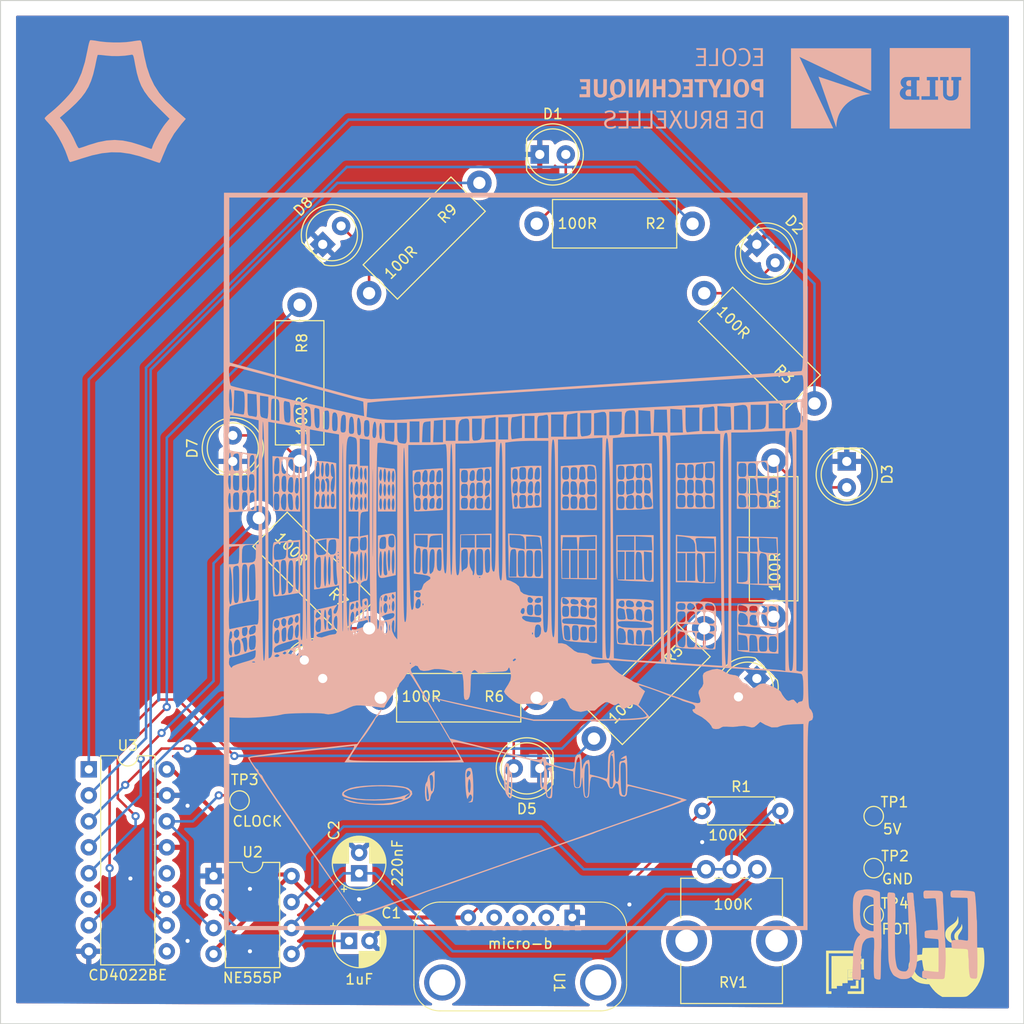
<source format=kicad_pcb>
(kicad_pcb (version 20221018) (generator pcbnew)
  (title_block (title "PCB Lucas Placentino EPB 2024") (date "2024-05-03") (rev "1") (company "EPB-ULB") (comment 1 "2024") (comment 2 "Labo Instru-Analog"))
  (layers (0 "F.Cu" signal) (31 "B.Cu" signal) (34 "B.Paste" user) (35 "F.Paste" user) (36 "B.SilkS" user "B.Silkscreen") (37 "F.SilkS" user "F.Silkscreen") (38 "B.Mask" user) (39 "F.Mask" user) (44 "Edge.Cuts" user))
  (net 0 "")
  (net 1 "Net-(U2-CV)")
  (net 2 "GND")
  (net 3 "Net-(U2-THR)")
  (net 4 "Net-(D1-A)")
  (net 5 "Net-(D2-A)")
  (net 6 "Net-(D3-A)")
  (net 7 "Net-(D4-A)")
  (net 8 "Net-(D5-A)")
  (net 9 "Net-(D6-A)")
  (net 10 "Net-(D7-A)")
  (net 11 "Net-(D8-A)")
  (net 12 "+5V")
  (net 13 "Net-(U2-DIS)")
  (net 14 "Net-(U3-0)")
  (net 15 "Net-(R3-Pad2)")
  (net 16 "Net-(U3-2)")
  (net 17 "Net-(U3-3)")
  (net 18 "Net-(U3-4)")
  (net 19 "Net-(U3-5)")
  (net 20 "Net-(U3-6)")
  (net 21 "Net-(U3-7)")
  (net 22 "CLOCK")
  (footprint "LED_THT:LED_D5.0mm" (layer "F.Cu") (at 107.696 56.388 45)
    (fp_text reference "D8" (at 1.27 -3.960001 45) (layer "F.SilkS"))
    (fp_text value "LED")
    (pad "1" thru_hole rect (at 0 0 45) (size 1.8 1.8) (drill 0.9) (layers "*.Cu" "*.Mask") (net 2 "GND"))
    (pad "2" thru_hole circle (at 2.54 0 45) (size 1.8 1.8) (drill 0.9) (layers "*.Cu" "*.Mask") (net 11 "Net-(D8-A)"))
  )
  (footprint "TestPoint:TestPoint_Pad_D1.5mm" (layer "F.Cu") (at 161.544 112.268 90)
    (fp_text reference "TP1" (at 1.365366 2.028509) (layer "F.SilkS"))
    (fp_text value "5V" (at -1.270521 1.808852 180) (layer "F.SilkS"))
    (pad "1" smd circle (at 0 0 90) (size 1.5 1.5) (layers "F.Cu" "F.Mask") (net 12 "+5V"))
  )
  (footprint "LED_THT:LED_D5.0mm" (layer "F.Cu") (at 128.909204 107.601204 180)
    (fp_text reference "D5" (at 1.27 -3.96 180) (layer "F.SilkS"))
    (fp_text value "LED")
    (pad "1" thru_hole rect (at 0 0 180) (size 1.8 1.8) (drill 0.9) (layers "*.Cu" "*.Mask") (net 2 "GND"))
    (pad "2" thru_hole circle (at 2.54 0 180) (size 1.8 1.8) (drill 0.9) (layers "*.Cu" "*.Mask") (net 8 "Net-(D5-A)"))
  )
  (footprint "LED_THT:LED_D5.0mm" (layer "F.Cu") (at 150.122407 56.388 -45)
    (fp_text reference "D2" (at 1.269999 -3.96 315) (layer "F.SilkS"))
    (fp_text value "LED")
    (pad "1" thru_hole rect (at 0 0 315) (size 1.8 1.8) (drill 0.9) (layers "*.Cu" "*.Mask") (net 2 "GND"))
    (pad "2" thru_hole circle (at 2.54 0 315) (size 1.8 1.8) (drill 0.9) (layers "*.Cu" "*.Mask") (net 5 "Net-(D2-A)"))
  )
  (footprint "LED_THT:LED_D5.0mm" (layer "F.Cu") (at 128.909204 47.601204)
    (fp_text reference "D1" (at 1.27 -3.96) (layer "F.SilkS"))
    (fp_text value "LED")
    (pad "1" thru_hole rect (at 0 0) (size 1.8 1.8) (drill 0.9) (layers "*.Cu" "*.Mask") (net 2 "GND"))
    (pad "2" thru_hole circle (at 2.54 0) (size 1.8 1.8) (drill 0.9) (layers "*.Cu" "*.Mask") (net 4 "Net-(D1-A)"))
  )
  (footprint "LOGO" (layer "F.Cu") (at 169.460284 126.003049)
    (fp_text reference "G***" hide)
    (fp_text value "LOGO" hide)
  )
  (footprint "USB_breakout:micro-b_adafruit" (layer "F.Cu") (at 134.62 128.524 -90)
    (fp_text reference "U1" (at 0 3.81 -90 unlocked) (layer "F.SilkS"))
    (fp_text value "micro-b" (at -3.81 7.62 unlocked) (layer "F.SilkS"))
    (pad "" np_thru_hole circle (at 0 0 270) (size 3.54 3.54) (drill 2.54) (layers "F&B.Cu" "*.Mask"))
    (pad "" np_thru_hole circle (at 0 15.24 270) (size 3.54 3.54) (drill 2.54) (layers "F&B.Cu" "*.Mask"))
    (pad "1" thru_hole rect (at -6.35 2.54 270) (size 1.524 1.524) (drill 0.762) (layers "*.Cu" "*.Mask") (net 2 "GND"))
    (pad "2" thru_hole circle (at -6.35 5.08 270) (size 1.524 1.524) (drill 0.762) (layers "*.Cu" "*.Mask"))
    (pad "3" thru_hole circle (at -6.35 7.62 270) (size 1.524 1.524) (drill 0.762) (layers "*.Cu" "*.Mask"))
    (pad "4" thru_hole circle (at -6.35 10.16 270) (size 1.524 1.524) (drill 0.762) (layers "*.Cu" "*.Mask"))
    (pad "5" thru_hole circle (at -6.35 12.7 270) (size 1.524 1.524) (drill 0.762) (layers "*.Cu" "*.Mask") (net 12 "+5V"))
  )
  (footprint "Potentiometer_THT:Potentiometer_Bourns_PTV09A-1_Single_Vertical" (layer "F.Cu") (at 145.156 117.46 -90)
    (fp_text reference "RV1" (at 11.064 -2.672) (layer "F.SilkS"))
    (fp_text value "100K" (at 3.444 -2.672) (layer "F.SilkS"))
    (pad "" np_thru_hole circle (at 7 -6.9 270) (size 4 4) (drill 2.2) (layers "F&B.Cu" "*.Mask"))
    (pad "" np_thru_hole circle (at 7 1.9 270) (size 4 4) (drill 2.2) (layers "F&B.Cu" "*.Mask"))
    (pad "1" thru_hole circle (at 0 0 270) (size 1.8 1.8) (drill 1) (layers "*.Cu" "*.Mask") (net 13 "Net-(U2-DIS)"))
    (pad "2" thru_hole circle (at 0 -2.5 270) (size 1.8 1.8) (drill 1) (layers "*.Cu" "*.Mask") (net 13 "Net-(U2-DIS)"))
    (pad "3" thru_hole circle (at 0 -5 270) (size 1.8 1.8) (drill 1) (layers "*.Cu" "*.Mask") (net 3 "Net-(U2-THR)"))
  )
  (footprint "Resistor_THT:R_Axial_DIN0414_L11.9mm_D4.5mm_P15.24mm_Horizontal" (layer "F.Cu") (at 105.443254 77.536441 90)
    (fp_text reference "R8" (at 11.496441 0.220746 90) (layer "F.SilkS"))
    (fp_text value "100R" (at 4.384441 0.220746 90) (layer "F.SilkS"))
    (pad "1" thru_hole circle (at 0 0 90) (size 2.4 2.4) (drill 1.2) (layers "*.Cu" "*.Mask") (net 10 "Net-(D7-A)"))
    (pad "2" thru_hole oval (at 15.24 0 90) (size 2.4 2.4) (drill 1.2) (layers "*.Cu" "*.Mask") (net 20 "Net-(U3-6)"))
  )
  (footprint "TestPoint:TestPoint_Pad_D1.5mm" (layer "F.Cu") (at 99.568 110.744 90)
    (fp_text reference "TP3" (at 2.032 0.508 180) (layer "F.SilkS"))
    (fp_text value "CLOCK" (at -2.032 1.75 180) (layer "F.SilkS"))
    (pad "1" smd circle (at 0 0 90) (size 1.5 1.5) (layers "F.Cu" "F.Mask") (net 22 "CLOCK"))
  )
  (footprint "Resistor_THT:R_Axial_DIN0414_L11.9mm_D4.5mm_P15.24mm_Horizontal" (layer "F.Cu") (at 128.603254 100.696441 180)
    (fp_text reference "R6" (at 4.143254 0.112441 180) (layer "F.SilkS"))
    (fp_text value "100R" (at 11.255254 0.112441 180) (layer "F.SilkS"))
    (pad "1" thru_hole circle (at 0 0 180) (size 2.4 2.4) (drill 1.2) (layers "*.Cu" "*.Mask") (net 8 "Net-(D5-A)"))
    (pad "2" thru_hole oval (at 15.24 0 180) (size 2.4 2.4) (drill 1.2) (layers "*.Cu" "*.Mask") (net 18 "Net-(U3-4)"))
  )
  (footprint "LED_THT:LED_D5.0mm" (layer "F.Cu") (at 158.909204 77.601204 -90)
    (fp_text reference "D3" (at 1.27 -3.96 270) (layer "F.SilkS"))
    (fp_text value "LED")
    (pad "1" thru_hole rect (at 0 0 270) (size 1.8 1.8) (drill 0.9) (layers "*.Cu" "*.Mask") (net 2 "GND"))
    (pad "2" thru_hole circle (at 2.54 0 270) (size 1.8 1.8) (drill 0.9) (layers "*.Cu" "*.Mask") (net 6 "Net-(D3-A)"))
  )
  (footprint "TestPoint:TestPoint_Pad_D1.5mm" (layer "F.Cu") (at 161.544 117.348 90)
    (fp_text reference "TP2" (at 1.173592 2.087084 180) (layer "F.SilkS"))
    (fp_text value "GND" (at -1.066912 2.336029 180) (layer "F.SilkS"))
    (pad "1" smd circle (at 0 0 90) (size 1.5 1.5) (layers "F.Cu" "F.Mask") (net 2 "GND"))
  )
  (footprint "Resistor_THT:R_Axial_DIN0207_L6.3mm_D2.5mm_P7.62mm_Horizontal" (layer "F.Cu") (at 144.78 111.76)
    (fp_text reference "R1" (at 3.81 -2.37) (layer "F.SilkS"))
    (fp_text value "100K" (at 2.54 2.37) (layer "F.SilkS"))
    (pad "1" thru_hole circle (at 0 0) (size 1.6 1.6) (drill 0.8) (layers "*.Cu" "*.Mask") (net 12 "+5V"))
    (pad "2" thru_hole oval (at 7.62 0) (size 1.6 1.6) (drill 0.8) (layers "*.Cu" "*.Mask") (net 13 "Net-(U2-DIS)"))
  )
  (footprint "LED_THT:LED_D5.0mm" (layer "F.Cu") (at 98.909204 77.601204 90)
    (fp_text reference "D7" (at 1.27 -3.96 90) (layer "F.SilkS"))
    (fp_text value "LED")
    (pad "1" thru_hole rect (at 0 0 90) (size 1.8 1.8) (drill 0.9) (layers "*.Cu" "*.Mask") (net 2 "GND"))
    (pad "2" thru_hole circle (at 2.54 0 90) (size 1.8 1.8) (drill 0.9) (layers "*.Cu" "*.Mask") (net 10 "Net-(D7-A)"))
  )
  (footprint "Resistor_THT:R_Axial_DIN0414_L11.9mm_D4.5mm_P15.24mm_Horizontal" (layer "F.Cu") (at 128.603254 54.376441)
    (fp_text reference "R2" (at 11.604746 -0.020441) (layer "F.SilkS"))
    (fp_text value "100R" (at 3.984746 -0.020441) (layer "F.SilkS"))
    (pad "1" thru_hole circle (at 0 0) (size 2.4 2.4) (drill 1.2) (layers "*.Cu" "*.Mask") (net 4 "Net-(D1-A)"))
    (pad "2" thru_hole oval (at 15.24 0) (size 2.4 2.4) (drill 1.2) (layers "*.Cu" "*.Mask") (net 14 "Net-(U3-0)"))
  )
  (footprint "Resistor_THT:R_Axial_DIN0414_L11.9mm_D4.5mm_P15.24mm_Horizontal" (layer "F.Cu") (at 144.979847 93.913034 -135)
    (fp_text reference "R5" (at 3.968403 0.281597 -135) (layer "F.SilkS"))
    (fp_text value "100R" (at 10.930506 0.059495 -135) (layer "F.SilkS"))
    (pad "1" thru_hole circle (at 0 0 225) (size 2.4 2.4) (drill 1.2) (layers "*.Cu" "*.Mask") (net 7 "Net-(D4-A)"))
    (pad "2" thru_hole oval (at 15.24 0 225) (size 2.4 2.4) (drill 1.2) (layers "*.Cu" "*.Mask") (net 17 "Net-(U3-3)"))
  )
  (footprint "LOGO" (layer "F.Cu") (at 128.524 78.74)
    (fp_text reference "G***" hide)
    (fp_text value "LOGO" hide)
  )
  (footprint "Resistor_THT:R_Axial_DIN0414_L11.9mm_D4.5mm_P15.24mm_Horizontal" (layer "F.Cu") (at 112.22666 61.159847 45)
    (fp_text reference "R9" (at 10.912386 -0.077615 45) (layer "F.SilkS"))
    (fp_text value "100R" (at 4.309493 0.059493 45) (layer "F.SilkS"))
    (pad "1" thru_hole circle (at 0 0 45) (size 2.4 2.4) (drill 1.2) (layers "*.Cu" "*.Mask") (net 11 "Net-(D8-A)"))
    (pad "2" thru_hole oval (at 15.24 0 45) (size 2.4 2.4) (drill 1.2) (layers "*.Cu" "*.Mask") (net 21 "Net-(U3-7)"))
  )
  (footprint "LED_THT:LED_D5.0mm" (layer "F.Cu") (at 150.122407 98.814407 -135)
    (fp_text reference "D4" (at 1.27 -3.96 225) (layer "F.SilkS"))
    (fp_text value "LED")
    (pad "1" thru_hole rect (at 0 0 225) (size 1.8 1.8) (drill 0.9) (layers "*.Cu" "*.Mask") (net 2 "GND"))
    (pad "2" thru_hole circle (at 2.54 0 225) (size 1.8 1.8) (drill 0.9) (layers "*.Cu" "*.Mask") (net 7 "Net-(D4-A)"))
  )
  (footprint "Resistor_THT:R_Axial_DIN0414_L11.9mm_D4.5mm_P15.24mm_Horizontal" (layer "F.Cu") (at 112.22666 93.913034 135)
    (fp_text reference "R7" (at 4.25103 -0.00103 135) (layer "F.SilkS"))
    (fp_text value "100R" (at 10.853922 0.136078 135) (layer "F.SilkS"))
    (pad "1" thru_hole circle (at 0 0 135) (size 2.4 2.4) (drill 1.2) (layers "*.Cu" "*.Mask") (net 9 "Net-(D6-A)"))
    (pad "2" thru_hole oval (at 15.24 0 135) (size 2.4 2.4) (drill 1.2) (layers "*.Cu" "*.Mask") (net 19 "Net-(U3-5)"))
  )
  (footprint "LED_THT:LED_D5.0mm" (layer "F.Cu") (at 107.696 98.814407 135)
    (fp_text reference "D6" (at 1.270001 -3.96 135) (layer "F.SilkS"))
    (fp_text value "LED")
    (pad "1" thru_hole rect (at 0 0 135) (size 1.8 1.8) (drill 0.9) (layers "*.Cu" "*.Mask") (net 2 "GND"))
    (pad "2" thru_hole circle (at 2.54 0 135) (size 1.8 1.8) (drill 0.9) (layers "*.Cu" "*.Mask") (net 9 "Net-(D6-A)"))
  )
  (footprint "Resistor_THT:R_Axial_DIN0414_L11.9mm_D4.5mm_P15.24mm_Horizontal" (layer "F.Cu") (at 151.763254 77.536441 -90)
    (fp_text reference "R4" (at 3.743559 -0.128746 -90) (layer "F.SilkS"))
    (fp_text value "100R" (at 10.855559 -0.128746 -90) (layer "F.SilkS"))
    (pad "1" thru_hole circle (at 0 0 270) (size 2.4 2.4) (drill 1.2) (layers "*.Cu" "*.Mask") (net 6 "Net-(D3-A)"))
    (pad "2" thru_hole oval (at 15.24 0 270) (size 2.4 2.4) (drill 1.2) (layers "*.Cu" "*.Mask") (net 16 "Net-(U3-2)"))
  )
  (footprint "Resistor_THT:R_Axial_DIN0414_L11.9mm_D4.5mm_P15.24mm_Horizontal" (layer "F.Cu") (at 144.979847 61.159847 -45)
    (fp_text reference "R3" (at 11.10105 0.111051 -45) (layer "F.SilkS"))
    (fp_text value "100R" (at 4.027897 0 -45) (layer "F.SilkS"))
    (pad "1" thru_hole circle (at 0 0 315) (size 2.4 2.4) (drill 1.2) (layers "*.Cu" "*.Mask") (net 5 "Net-(D2-A)"))
    (pad "2" thru_hole oval (at 15.24 0 315) (size 2.4 2.4) (drill 1.2) (layers "*.Cu" "*.Mask") (net 15 "Net-(R3-Pad2)"))
  )
  (footprint "Capacitor_THT:CP_Radial_D5.0mm_P2.00mm" (layer "F.Cu") (at 110.268 124.46)
    (fp_text reference "C1" (at 4.128286 -2.714703) (layer "F.SilkS"))
    (fp_text value "1uF" (at 1 3.75) (layer "F.SilkS"))
    (pad "1" thru_hole rect (at 0 0) (size 1.6 1.6) (drill 0.8) (layers "*.Cu" "*.Mask") (net 1 "Net-(U2-CV)"))
    (pad "2" thru_hole circle (at 2 0) (size 1.6 1.6) (drill 0.8) (layers "*.Cu" "*.Mask") (net 2 "GND"))
  )
  (footprint "Package_DIP:DIP-8_W7.62mm" (layer "F.Cu") (at 97.028 118.12)
    (fp_text reference "U2" (at 3.81 -2.33) (layer "F.SilkS"))
    (fp_text value "NE555P" (at 3.81 9.95) (layer "F.SilkS"))
    (pad "1" thru_hole rect (at 0 0) (size 1.6 1.6) (drill 0.8) (layers "*.Cu" "*.Mask") (net 2 "GND"))
    (pad "2" thru_hole oval (at 0 2.54) (size 1.6 1.6) (drill 0.8) (layers "*.Cu" "*.Mask") (net 3 "Net-(U2-THR)"))
    (pad "3" thru_hole oval (at 0 5.08) (size 1.6 1.6) (drill 0.8) (layers "*.Cu" "*.Mask") (net 22 "CLOCK"))
    (pad "4" thru_hole oval (at 0 7.62) (size 1.6 1.6) (drill 0.8) (layers "*.Cu" "*.Mask") (net 12 "+5V"))
    (pad "5" thru_hole oval (at 7.62 7.62) (size 1.6 1.6) (drill 0.8) (layers "*.Cu" "*.Mask") (net 1 "Net-(U2-CV)"))
    (pad "6" thru_hole oval (at 7.62 5.08) (size 1.6 1.6) (drill 0.8) (layers "*.Cu" "*.Mask") (net 3 "Net-(U2-THR)"))
    (pad "7" thru_hole oval (at 7.62 2.54) (size 1.6 1.6) (drill 0.8) (layers "*.Cu" "*.Mask") (net 13 "Net-(U2-DIS)"))
    (pad "8" thru_hole oval (at 7.62 0) (size 1.6 1.6) (drill 0.8) (layers "*.Cu" "*.Mask") (net 12 "+5V"))
  )
  (footprint "Capacitor_THT:CP_Radial_D5.0mm_P2.00mm" (layer "F.Cu") (at 111.252 117.856 90)
    (fp_text reference "C2" (at 4.203818 -2.447263 90) (layer "F.SilkS"))
    (fp_text value "220nF" (at 1 3.75 90) (layer "F.SilkS"))
    (pad "1" thru_hole rect (at 0 0 90) (size 1.6 1.6) (drill 0.8) (layers "*.Cu" "*.Mask") (net 3 "Net-(U2-THR)"))
    (pad "2" thru_hole circle (at 2 0 90) (size 1.6 1.6) (drill 0.8) (layers "*.Cu" "*.Mask") (net 2 "GND"))
  )
  (footprint "TestPoint:TestPoint_Pad_D1.5mm" (layer "F.Cu") (at 161.544 121.92 90)
    (fp_text reference "TP4" (at 1.118146 2.057797 180) (layer "F.SilkS"))
    (fp_text value "POT" (at -1.385946 2.174947 180) (layer "F.SilkS"))
    (pad "1" smd circle (at 0 0 90) (size 1.5 1.5) (layers "F.Cu" "F.Mask") (net 13 "Net-(U2-DIS)"))
  )
  (footprint "Package_DIP:DIP-16_W7.62mm" (layer "F.Cu") (at 84.836 107.696)
    (fp_text reference "U3" (at 3.81 -2.33) (layer "F.SilkS"))
    (fp_text value "CD4022BE" (at 3.81 20.11) (layer "F.SilkS"))
    (pad "1" thru_hole rect (at 0 0) (size 1.6 1.6) (drill 0.8) (layers "*.Cu" "*.Mask") (net 15 "Net-(R3-Pad2)"))
    (pad "2" thru_hole oval (at 0 2.54) (size 1.6 1.6) (drill 0.8) (layers "*.Cu" "*.Mask") (net 14 "Net-(U3-0)"))
    (pad "3" thru_hole oval (at 0 5.08) (size 1.6 1.6) (drill 0.8) (layers "*.Cu" "*.Mask") (net 16 "Net-(U3-2)"))
    (pad "4" thru_hole oval (at 0 7.62) (size 1.6 1.6) (drill 0.8) (layers "*.Cu" "*.Mask") (net 19 "Net-(U3-5)"))
    (pad "5" thru_hole oval (at 0 10.16) (size 1.6 1.6) (drill 0.8) (layers "*.Cu" "*.Mask") (net 20 "Net-(U3-6)"))
    (pad "6" thru_hole oval (at 0 12.7) (size 1.6 1.6) (drill 0.8) (layers "*.Cu" "*.Mask"))
    (pad "7" thru_hole oval (at 0 15.24) (size 1.6 1.6) (drill 0.8) (layers "*.Cu" "*.Mask") (net 17 "Net-(U3-3)"))
    (pad "8" thru_hole oval (at 0 17.78) (size 1.6 1.6) (drill 0.8) (layers "*.Cu" "*.Mask") (net 2 "GND"))
    (pad "9" thru_hole oval (at 7.62 17.78) (size 1.6 1.6) (drill 0.8) (layers "*.Cu" "*.Mask"))
    (pad "10" thru_hole oval (at 7.62 15.24) (size 1.6 1.6) (drill 0.8) (layers "*.Cu" "*.Mask") (net 21 "Net-(U3-7)"))
    (pad "11" thru_hole oval (at 7.62 12.7) (size 1.6 1.6) (drill 0.8) (layers "*.Cu" "*.Mask") (net 18 "Net-(U3-4)"))
    (pad "12" thru_hole oval (at 7.62 10.16) (size 1.6 1.6) (drill 0.8) (layers "*.Cu" "*.Mask"))
    (pad "13" thru_hole oval (at 7.62 7.62) (size 1.6 1.6) (drill 0.8) (layers "*.Cu" "*.Mask") (net 2 "GND"))
    (pad "14" thru_hole oval (at 7.62 5.08) (size 1.6 1.6) (drill 0.8) (layers "*.Cu" "*.Mask") (net 22 "CLOCK"))
    (pad "15" thru_hole oval (at 7.62 2.54) (size 1.6 1.6) (drill 0.8) (layers "*.Cu" "*.Mask") (net 2 "GND"))
    (pad "16" thru_hole oval (at 7.62 0) (size 1.6 1.6) (drill 0.8) (layers "*.Cu" "*.Mask") (net 12 "+5V"))
  )
  (footprint "LOGO" (layer "B.Cu") (at 151.892 41.148 180)
    (fp_text reference "G***" hide)
    (fp_text value "LOGO" hide)
  )
  (footprint "LOGO" (layer "B.Cu") (at 87.376 42.672 180)
    (fp_text reference "G***" hide)
    (fp_text value "LOGO" hide)
  )
  (footprint "LOGO" (layer "B.Cu") (at 165.608 123.952 180)
    (fp_text reference "G***" hide)
    (fp_text value "LOGO" hide)
  )
  (footprint "LOGO" (layer "B.Cu") (at 126.492 87.376 180)
    (fp_text reference "G***" hide)
    (fp_text value "LOGO" hide)
  )
  (gr_poly (pts (xy 158.474833 128.322917) (xy 158.21025 128.322917) (xy 158.21025 128.058333) (xy 158.474833 128.058333)) (fill solid) (layer "F.SilkS"))
  (gr_poly (pts (xy 157.945666 127.79375) (xy 157.681083 127.79375) (xy 157.681083 127.529167) (xy 157.945666 127.529167)) (fill solid) (layer "F.SilkS"))
  (gr_poly (pts (xy 159.79775 127.79375) (xy 159.533166 127.79375) (xy 159.533166 128.058333) (xy 159.004 128.058333) (xy 159.004 127.529167) (xy 159.268583 127.529167) (xy 159.268583 127.79375) (xy 159.533166 127.79375) (xy 159.533166 127.529167) (xy 159.268583 127.529167) (xy 159.004 127.529167) (xy 159.004 127.264583) (xy 159.79775 127.264583)) (fill solid) (layer "F.SilkS"))
  (gr_poly (pts (xy 157.945666 128.058333) (xy 158.21025 128.058333) (xy 158.21025 128.322917) (xy 158.474833 128.322917) (xy 158.474833 128.5875) (xy 157.681083 128.5875) (xy 157.681083 127.79375) (xy 157.945666 127.79375)) (fill solid) (layer "F.SilkS"))
  (gr_poly (pts (xy 160.326916 126.20625) (xy 160.062333 126.20625) (xy 160.062333 125.941667) (xy 160.326916 125.941667)) (fill solid) (layer "F.SilkS"))
  (gr_poly (pts (xy 159.533166 128.322917) (xy 159.004 128.322917) (xy 159.004 128.058333) (xy 159.533166 128.058333)) (fill solid) (layer "F.SilkS"))
  (gr_poly (pts (xy 158.474833 128.852083) (xy 157.681083 128.852083) (xy 157.681083 128.5875) (xy 158.474833 128.5875)) (fill solid) (layer "F.SilkS"))
  (gr_poly (pts (xy 160.591499 129.645833) (xy 159.004 129.645833) (xy 159.004 129.38125) (xy 160.326916 129.38125) (xy 160.326916 128.058333) (xy 160.591499 128.058333)) (fill solid) (layer "F.SilkS"))
  (gr_poly (pts (xy 159.533166 127.79375) (xy 159.268583 127.79375) (xy 159.268583 127.529167) (xy 159.533166 127.529167)) (fill solid) (layer "F.SilkS"))
  (gr_poly (pts (xy 158.474833 126.735417) (xy 158.21025 126.735417) (xy 158.21025 126.470833) (xy 158.474833 126.470833)) (fill solid) (layer "F.SilkS"))
  (gr_poly (pts (xy 159.533166 126.735417) (xy 160.062333 126.735417) (xy 160.062333 127.264583) (xy 159.004 127.264583) (xy 159.004 128.5875) (xy 158.474833 128.5875) (xy 158.474833 128.852083) (xy 157.945666 128.852083) (xy 157.945666 129.116666) (xy 157.4165 129.116666) (xy 157.4165 125.941667) (xy 159.533166 125.941667)) (fill solid) (layer "F.SilkS"))
  (gr_poly (pts (xy 160.062333 127.79375) (xy 159.79775 127.79375) (xy 159.79775 127.264583) (xy 160.062333 127.264583)) (fill solid) (layer "F.SilkS"))
  (gr_poly (pts (xy 160.591499 126.470833) (xy 160.326916 126.470833) (xy 160.326916 126.20625) (xy 160.591499 126.20625)) (fill solid) (layer "F.SilkS"))
  (gr_poly (pts (xy 158.739416 127.264583) (xy 158.21025 127.264583) (xy 158.21025 127) (xy 158.739416 127)) (fill solid) (layer "F.SilkS"))
  (gr_poly (pts (xy 158.21025 128.058333) (xy 157.945666 128.058333) (xy 157.945666 127.79375) (xy 158.21025 127.79375)) (fill solid) (layer "F.SilkS"))
  (gr_poly (pts (xy 159.79775 128.058333) (xy 159.533166 128.058333) (xy 159.533166 127.79375) (xy 159.79775 127.79375)) (fill solid) (layer "F.SilkS"))
  (gr_poly (pts (xy 160.062333 129.116666) (xy 159.268583 129.116666) (xy 159.268583 128.852083) (xy 159.79775 128.852083) (xy 159.79775 128.322917) (xy 160.062333 128.322917)) (fill solid) (layer "F.SilkS"))
  (gr_poly (pts (xy 158.739416 127) (xy 157.945666 127) (xy 157.945666 126.470833) (xy 158.21025 126.470833) (xy 158.21025 126.735417) (xy 158.474833 126.735417) (xy 158.474833 126.470833) (xy 158.21025 126.470833) (xy 158.21025 126.20625) (xy 158.739416 126.20625)) (fill solid) (layer "F.SilkS"))
  (gr_poly (pts (xy 158.739416 128.5875) (xy 158.474833 128.5875) (xy 158.474833 128.322917) (xy 158.739416 128.322917)) (fill solid) (layer "F.SilkS"))
  (gr_poly (pts (xy 159.004 127) (xy 158.739416 127) (xy 158.739416 126.470833) (xy 159.004 126.470833)) (fill solid) (layer "F.SilkS"))
  (gr_poly (pts (xy 159.79775 125.677083) (xy 160.062333 125.677083) (xy 160.062333 125.941667) (xy 159.79775 125.941667) (xy 159.79775 126.470833) (xy 159.533166 126.470833) (xy 159.533166 125.4125) (xy 159.79775 125.4125)) (fill solid) (layer "F.SilkS"))
  (gr_poly (pts (xy 160.591499 127.264583) (xy 160.326916 127.264583) (xy 160.326916 126.735417) (xy 159.533166 126.735417) (xy 159.533166 126.470833) (xy 160.591499 126.470833)) (fill solid) (layer "F.SilkS"))
  (gr_poly (pts (xy 159.533166 125.677083) (xy 157.151916 125.677083) (xy 157.151916 129.38125) (xy 157.4165 129.38125) (xy 157.4165 129.645833) (xy 156.887333 129.645833) (xy 156.887333 125.4125) (xy 159.533166 125.4125)) (fill solid) (layer "F.SilkS"))
  (gr_rect (start 76.20625 32.55625) (end 176.20625 132.55625) (stroke (width 0.1)) (fill none) (layer "Edge.Cuts"))
  (segment (start 110.268 124.46) (end 105.928 124.46) (width 0.25) (layer "B.Cu") (net 1))
  (segment (start 105.928 124.46) (end 104.648 125.74) (width 0.25) (layer "B.Cu") (net 1))
  (via (at 88.9 118.364) (size 0.8) (drill 0.4) (layers "F.Cu" "B.Cu") (net 2))
  (via (at 94.488 111.252) (size 0.8) (drill 0.4) (layers "F.Cu" "B.Cu") (net 2))
  (via (at 144.78 114.808) (size 0.8) (drill 0.4) (layers "F.Cu" "B.Cu") (net 2))
  (via (at 94.488 124.46) (size 0.8) (drill 0.4) (layers "F.Cu" "B.Cu") (net 2))
  (via (at 137.668 120.904) (size 0.8) (drill 0.4) (layers "F.Cu" "B.Cu") (net 2))
  (via (at 111.252 120.396) (size 0.8) (drill 0.4) (layers "F.Cu" "B.Cu") (net 2))
  (via (at 100.584 125.476) (size 0.8) (drill 0.4) (layers "F.Cu" "B.Cu") (net 2))
  (via (at 100.584 119.38) (size 0.8) (drill 0.4) (layers "F.Cu" "B.Cu") (net 2))
  (segment (start 111.252 117.856) (end 109.748 117.856) (width 0.25) (layer "B.Cu") (net 3))
  (segment (start 135.636 125.476) (end 141.224 119.888) (width 0.25) (layer "B.Cu") (net 3))
  (segment (start 99.324 123.2) (end 96.784 120.66) (width 0.25) (layer "B.Cu") (net 3))
  (segment (start 111.252 117.856) (end 112.774957 117.856) (width 0.25) (layer "B.Cu") (net 3))
  (segment (start 120.394957 125.476) (end 135.636 125.476) (width 0.25) (layer "B.Cu") (net 3))
  (segment (start 109.748 117.856) (end 104.648 122.956) (width 0.25) (layer "B.Cu") (net 3))
  (segment (start 147.728 119.888) (end 150.156 117.46) (width 0.25) (layer "B.Cu") (net 3))
  (segment (start 112.774957 117.856) (end 120.394957 125.476) (width 0.25) (layer "B.Cu") (net 3))
  (segment (start 104.648 122.956) (end 104.648 123.2) (width 0.25) (layer "B.Cu") (net 3))
  (segment (start 104.648 123.2) (end 99.324 123.2) (width 0.25) (layer "B.Cu") (net 3))
  (segment (start 141.224 119.888) (end 147.728 119.888) (width 0.25) (layer "B.Cu") (net 3))
  (segment (start 131.449204 51.530491) (end 128.603254 54.376441) (width 0.25) (layer "F.Cu") (net 4))
  (segment (start 131.449204 47.601204) (end 131.449204 51.530491) (width 0.25) (layer "F.Cu") (net 4))
  (segment (start 148.942662 61.159847) (end 144.979847 61.159847) (width 0.25) (layer "F.Cu") (net 5))
  (segment (start 151.918458 58.184051) (end 148.942662 61.159847) (width 0.25) (layer "F.Cu") (net 5))
  (segment (start 154.368017 80.141204) (end 151.763254 77.536441) (width 0.25) (layer "F.Cu") (net 6))
  (segment (start 158.909204 80.141204) (end 154.368017 80.141204) (width 0.25) (layer "F.Cu") (net 6))
  (segment (start 144.979847 97.263949) (end 144.979847 93.913034) (width 0.25) (layer "F.Cu") (net 7))
  (segment (start 148.326356 100.610458) (end 144.979847 97.263949) (width 0.25) (layer "F.Cu") (net 7))
  (segment (start 126.369204 102.930491) (end 128.603254 100.696441) (width 0.25) (layer "F.Cu") (net 8))
  (segment (start 126.369204 107.601204) (end 126.369204 102.930491) (width 0.25) (layer "F.Cu") (net 8))
  (segment (start 105.899949 97.018356) (end 109.005271 93.913034) (width 0.25) (layer "F.Cu") (net 9))
  (segment (start 109.005271 93.913034) (end 112.22666 93.913034) (width 0.25) (layer "F.Cu") (net 9))
  (segment (start 102.968017 75.061204) (end 105.443254 77.536441) (width 0.25) (layer "F.Cu") (net 10))
  (segment (start 98.909204 75.061204) (end 102.968017 75.061204) (width 0.25) (layer "F.Cu") (net 10))
  (segment (start 109.492051 54.591949) (end 112.22666 57.326558) (width 0.25) (layer "F.Cu") (net 11))
  (segment (start 112.22666 57.326558) (end 112.22666 61.159847) (width 0.25) (layer "F.Cu") (net 11))
  (segment (start 124.714 119.38) (end 121.92 122.174) (width 0.25) (layer "F.Cu") (net 12))
  (segment (start 104.257498 117.973498) (end 103.241498 117.973498) (width 0.4) (layer "F.Cu") (net 12))
  (segment (start 137.16 119.38) (end 124.714 119.38) (width 0.25) (layer "F.Cu") (net 12))
  (segment (start 108.458 122.174) (end 104.404 118.12) (width 0.4) (layer "F.Cu") (net 12))
  (segment (start 161.544 112.268) (end 159.004 109.728) (width 0.25) (layer "F.Cu") (net 12))
  (segment (start 92.964 107.696) (end 92.456 107.696) (width 0.4) (layer "F.Cu") (net 12))
  (segment (start 144.78 111.76) (end 137.16 119.38) (width 0.25) (layer "F.Cu") (net 12))
  (segment (start 159.004 109.728) (end 146.812 109.728) (width 0.25) (layer "F.Cu") (net 12))
  (segment (start 104.404 118.12) (end 104.257498 117.973498) (width 0.4) (layer "F.Cu") (net 12))
  (segment (start 121.92 122.174) (end 108.458 122.174) (width 0.4) (layer "F.Cu") (net 12))
  (segment (start 103.241498 117.973498) (end 92.964 107.696) (width 0.4) (layer "F.Cu") (net 12))
  (segment (start 146.812 109.728) (end 144.78 111.76) (width 0.25) (layer "F.Cu") (net 12))
  (segment (start 104.404 118.12) (end 96.784 125.74) (width 0.4) (layer "F.Cu") (net 12))
  (segment (start 161.544 121.92) (end 152.4 112.776) (width 0.25) (layer "F.Cu") (net 13))
  (segment (start 152.4 112.776) (end 152.4 111.76) (width 0.25) (layer "F.Cu") (net 13))
  (segment (start 145.156 117.46) (end 147.656 117.46) (width 0.25) (layer "B.Cu") (net 13))
  (segment (start 147.656 117.46) (end 147.656 115.712) (width 0.25) (layer "B.Cu") (net 13))
  (segment (start 129.032 113.284) (end 133.208 117.46) (width 0.25) (layer "B.Cu") (net 13))
  (segment (start 106.68 116.332) (end 109.728 113.284) (width 0.25) (layer "B.Cu") (net 13))
  (segment (start 106.68 118.872) (end 106.68 116.332) (width 0.25) (layer "B.Cu") (net 13))
  (segment (start 151.608 111.76) (end 152.4 111.76) (width 0.25) (layer "B.Cu") (net 13))
  (segment (start 109.728 113.284) (end 129.032 113.284) (width 0.25) (layer "B.Cu") (net 13))
  (segment (start 104.648 120.66) (end 104.892 120.66) (width 0.25) (layer "B.Cu") (net 13))
  (segment (start 133.208 117.46) (end 145.156 117.46) (width 0.25) (layer "B.Cu") (net 13))
  (segment (start 104.892 120.66) (end 106.68 118.872) (width 0.25) (layer "B.Cu") (net 13))
  (segment (start 147.656 115.712) (end 151.608 111.76) (width 0.25) (layer "B.Cu") (net 13))
  (segment (start 110.0494 48.826204) (end 138.293017 48.826204) (width 0.25) (layer "B.Cu") (net 14))
  (segment (start 90.431 68.444604) (end 110.0494 48.826204) (width 0.25) (layer "B.Cu") (net 14))
  (segment (start 84.836 110.236) (end 90.431 104.641) (width 0.25) (layer "B.Cu") (net 14))
  (segment (start 90.431 104.641) (end 90.431 68.444604) (width 0.25) (layer "B.Cu") (net 14))
  (segment (start 138.293017 48.826204) (end 143.843254 54.376441) (width 0.25) (layer "B.Cu") (net 14))
  (segment (start 139.7 44.196) (end 155.756154 60.252154) (width 0.25) (layer "B.Cu") (net 15))
  (segment (start 84.836 69.596) (end 110.236 44.196) (width 0.25) (layer "B.Cu") (net 15))
  (segment (start 110.236 44.196) (end 139.7 44.196) (width 0.25) (layer "B.Cu") (net 15))
  (segment (start 84.836 107.696) (end 84.836 69.596) (width 0.25) (layer "B.Cu") (net 15))
  (segment (start 155.756154 60.252154) (end 155.756154 71.936154) (width 0.25) (layer "B.Cu") (net 15))
  (segment (start 88.392 109.22) (end 91.948 105.664) (width 0.25) (layer "F.Cu") (net 16))
  (segment (start 91.948 105.664) (end 94.488 105.664) (width 0.25) (layer "F.Cu") (net 16))
  (via (at 88.392 109.22) (size 0.8) (drill 0.4) (layers "F.Cu" "B.Cu") (net 16))
  (via (at 94.488 105.664) (size 0.8) (drill 0.4) (layers "F.Cu" "B.Cu") (net 16))
  (segment (start 150.563254 91.576441) (end 151.763254 92.776441) (width 0.25) (layer "B.Cu") (net 16))
  (segment (start 84.836 112.776) (end 88.392 109.22) (width 0.25) (layer "B.Cu") (net 16))
  (segment (start 131.072205 105.664) (end 145.159764 91.576441) (width 0.25) (layer "B.Cu") (net 16))
  (segment (start 94.488 105.664) (end 131.072205 105.664) (width 0.25) (layer "B.Cu") (net 16))
  (segment (start 145.159764 91.576441) (end 150.563254 91.576441) (width 0.25) (layer "B.Cu") (net 16))
  (segment (start 93.5465 100.875) (end 91.657 100.875) (width 0.25) (layer "F.Cu") (net 17))
  (segment (start 86.868 105.664) (end 86.868 117.348) (width 0.25) (layer "F.Cu") (net 17))
  (segment (start 99.06 106.3885) (end 93.5465 100.875) (width 0.25) (layer "F.Cu") (net 17))
  (segment (start 91.657 100.875) (end 86.868 105.664) (width 0.25) (layer "F.Cu") (net 17))
  (via (at 86.868 117.348) (size 0.8) (drill 0.4) (layers "F.Cu" "B.Cu") (net 17))
  (via (at 99.06 106.3885) (size 0.8) (drill 0.4) (layers "F.Cu" "B.Cu") (net 17))
  (segment (start 99.06 106.3885) (end 99.072296 106.376204) (width 0.25) (layer "B.Cu") (net 17))
  (segment (start 84.836 122.936) (end 86.868 120.904) (width 0.25) (layer "B.Cu") (net 17))
  (segment (start 99.072296 106.376204) (end 132.516677 106.376204) (width 0.25) (layer "B.Cu") (net 17))
  (segment (start 86.868 120.904) (end 86.868 117.348) (width 0.25) (layer "B.Cu") (net 17))
  (segment (start 132.516677 106.376204) (end 134.20354 104.689341) (width 0.25) (layer "B.Cu") (net 17))
  (segment (start 91.331 107.230009) (end 97.864568 100.696441) (width 0.25) (layer "B.Cu") (net 18))
  (segment (start 97.864568 100.696441) (end 113.363254 100.696441) (width 0.25) (layer "B.Cu") (net 18))
  (segment (start 91.331 119.271) (end 91.331 107.230009) (width 0.25) (layer "B.Cu") (net 18))
  (segment (start 92.456 120.396) (end 91.331 119.271) (width 0.25) (layer "B.Cu") (net 18))
  (segment (start 89.911701 106.176299) (end 91.948 104.14) (width 0.25) (layer "F.Cu") (net 19))
  (segment (start 89.911701 106.675701) (end 89.911701 106.176299) (width 0.25) (layer "F.Cu") (net 19))
  (via (at 89.911701 106.675701) (size 0.8) (drill 0.4) (layers "F.Cu" "B.Cu") (net 19))
  (via (at 91.948 104.14) (size 0.8) (drill 0.4) (layers "F.Cu" "B.Cu") (net 19))
  (segment (start 89.911701 110.240299) (end 89.911701 106.675701) (width 0.25) (layer "B.Cu") (net 19))
  (segment (start 97.028 87.55908) (end 101.450353 83.136727) (width 0.25) (layer "B.Cu") (net 19))
  (segment (start 84.836 115.316) (end 89.911701 110.240299) (width 0.25) (layer "B.Cu") (net 19))
  (segment (start 97.028 99.06) (end 97.028 87.55908) (width 0.25) (layer "B.Cu") (net 19))
  (segment (start 91.948 104.14) (end 97.028 99.06) (width 0.25) (layer "B.Cu") (net 19))
  (segment (start 87.667 110.527) (end 87.667 106.389) (width 0.25) (layer "F.Cu") (net 20))
  (segment (start 89.408 112.268) (end 87.667 110.527) (width 0.25) (layer "F.Cu") (net 20))
  (segment (start 87.667 106.389) (end 92.456 101.6) (width 0.25) (layer "F.Cu") (net 20))
  (via (at 92.456 101.6) (size 0.8) (drill 0.4) (layers "F.Cu" "B.Cu") (net 20))
  (via (at 89.408 112.268) (size 0.8) (drill 0.4) (layers "F.Cu" "B.Cu") (net 20))
  (segment (start 84.836 117.856) (end 89.408 113.284) (width 0.25) (layer "B.Cu") (net 20))
  (segment (start 92.456 75.283695) (end 105.443254 62.296441) (width 0.25) (layer "B.Cu") (net 20))
  (segment (start 92.456 101.6) (end 92.456 75.283695) (width 0.25) (layer "B.Cu") (net 20))
  (segment (start 89.408 113.284) (end 89.408 112.268) (width 0.25) (layer "B.Cu") (net 20))
  (segment (start 90.881 121.361) (end 90.881 68.631) (width 0.25) (layer "B.Cu") (net 21))
  (segment (start 92.456 122.936) (end 90.881 121.361) (width 0.25) (layer "B.Cu") (net 21))
  (segment (start 90.881 68.631) (end 109.12846 50.38354) (width 0.25) (layer "B.Cu") (net 21))
  (segment (start 109.12846 50.38354) (end 123.002967 50.38354) (width 0.25) (layer "B.Cu") (net 21))
  (segment (start 99.06 110.236) (end 99.568 110.744) (width 0.25) (layer "F.Cu") (net 22))
  (segment (start 97.536 110.236) (end 99.06 110.236) (width 0.25) (layer "F.Cu") (net 22))
  (via (at 97.536 110.236) (size 0.8) (drill 0.4) (layers "F.Cu" "B.Cu") (net 22))
  (segment (start 94.488 114.808) (end 92.456 112.776) (width 0.25) (layer "B.Cu") (net 22))
  (segment (start 92.456 112.776) (end 94.996 112.776) (width 0.25) (layer "B.Cu") (net 22))
  (segment (start 94.996 112.776) (end 97.536 110.236) (width 0.25) (layer "B.Cu") (net 22))
  (segment (start 96.784 123.2) (end 94.488 120.904) (width 0.25) (layer "B.Cu") (net 22))
  (segment (start 94.488 120.904) (end 94.488 114.808) (width 0.25) (layer "B.Cu") (net 22))
  (zone (net 2) (net_name "GND") (layer "F.Cu") (connect_pads (clearance 0.5)) (min_thickness 0.25) (fill yes (thermal_gap 0.5) (thermal_bridge_width 0.5))
    (polygon (pts (xy 77.724 34.036) (xy 174.752 34.036) (xy 174.752 131.064) (xy 77.724 130.556)))
  )
  (zone (net 2) (net_name "GND") (layer "B.Cu") (priority 1) (connect_pads (clearance 0.5)) (min_thickness 0.25) (fill yes (thermal_gap 0.5) (thermal_bridge_width 0.5))
    (polygon (pts (xy 77.724 34.036) (xy 174.752 34.036) (xy 174.752 131.064) (xy 77.724 130.556)))
  )
)
</source>
